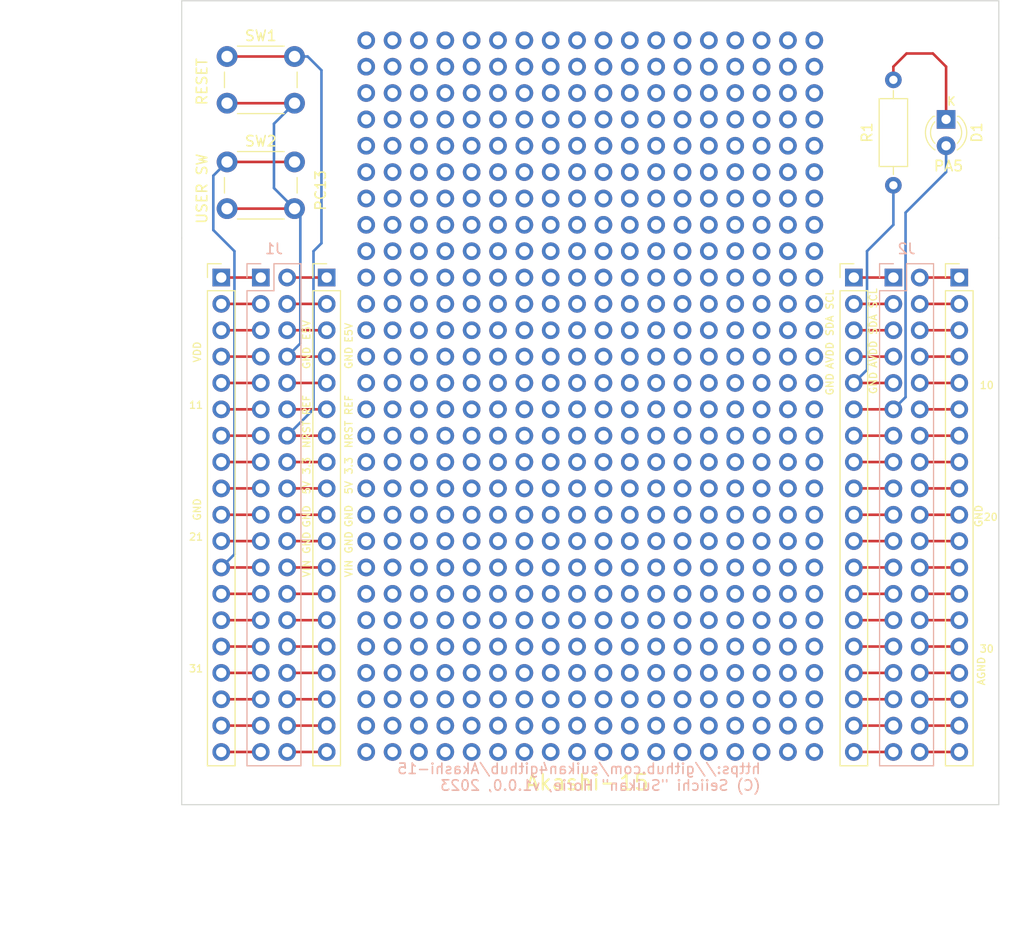
<source format=kicad_pcb>
(kicad_pcb (version 20221018) (generator pcbnew)
  (layers (0 "F.Cu" signal) (31 "B.Cu" signal) (34 "B.Paste" user) (35 "F.Paste" user) (36 "B.SilkS" user "B.Silkscreen") (37 "F.SilkS" user "F.Silkscreen") (38 "B.Mask" user) (39 "F.Mask" user) (44 "Edge.Cuts" user))
  (net 0 "")
  (net 1 "Net-(J1-Pin_1)")
  (net 2 "Net-(J1-Pin_2)")
  (net 3 "Net-(J1-Pin_3)")
  (net 4 "Net-(J1-Pin_4)")
  (net 5 "Net-(J1-Pin_5)")
  (net 6 "Net-(J1-Pin_6)")
  (net 7 "Net-(J1-Pin_7)")
  (net 8 "Net-(J1-Pin_9)")
  (net 9 "Net-(J1-Pin_10)")
  (net 10 "Net-(J1-Pin_11)")
  (net 11 "Net-(J1-Pin_12)")
  (net 12 "Net-(J1-Pin_13)")
  (net 13 "Net-(J1-Pin_14)")
  (net 14 "Net-(J1-Pin_15)")
  (net 15 "Net-(J1-Pin_16)")
  (net 16 "Net-(J1-Pin_17)")
  (net 17 "Net-(J1-Pin_18)")
  (net 18 "Net-(J1-Pin_19)")
  (net 19 "Net-(J1-Pin_20)")
  (net 20 "Net-(J1-Pin_21)")
  (net 21 "Net-(J1-Pin_23)")
  (net 22 "Net-(J1-Pin_24)")
  (net 23 "Net-(J1-Pin_25)")
  (net 24 "Net-(J1-Pin_26)")
  (net 25 "Net-(J1-Pin_27)")
  (net 26 "Net-(J1-Pin_28)")
  (net 27 "Net-(J1-Pin_29)")
  (net 28 "Net-(J1-Pin_30)")
  (net 29 "Net-(J1-Pin_31)")
  (net 30 "Net-(J1-Pin_32)")
  (net 31 "Net-(J1-Pin_33)")
  (net 32 "Net-(J1-Pin_34)")
  (net 33 "Net-(J1-Pin_35)")
  (net 34 "Net-(J1-Pin_36)")
  (net 35 "Net-(J1-Pin_37)")
  (net 36 "Net-(J1-Pin_38)")
  (net 37 "Net-(J2-Pin_1)")
  (net 38 "Net-(J2-Pin_2)")
  (net 39 "Net-(J2-Pin_3)")
  (net 40 "Net-(J2-Pin_4)")
  (net 41 "Net-(J2-Pin_5)")
  (net 42 "Net-(J2-Pin_6)")
  (net 43 "Net-(J2-Pin_7)")
  (net 44 "Net-(J2-Pin_8)")
  (net 45 "Net-(J2-Pin_10)")
  (net 46 "Net-(J2-Pin_12)")
  (net 47 "Net-(J2-Pin_13)")
  (net 48 "Net-(J2-Pin_14)")
  (net 49 "Net-(J2-Pin_15)")
  (net 50 "Net-(J2-Pin_16)")
  (net 51 "Net-(J2-Pin_17)")
  (net 52 "Net-(J2-Pin_18)")
  (net 53 "Net-(J2-Pin_19)")
  (net 54 "Net-(J2-Pin_20)")
  (net 55 "Net-(J2-Pin_21)")
  (net 56 "Net-(J2-Pin_22)")
  (net 57 "Net-(J2-Pin_23)")
  (net 58 "Net-(J2-Pin_24)")
  (net 59 "Net-(J2-Pin_25)")
  (net 60 "Net-(J2-Pin_26)")
  (net 61 "Net-(J2-Pin_27)")
  (net 62 "Net-(J2-Pin_28)")
  (net 63 "Net-(J2-Pin_29)")
  (net 64 "Net-(J2-Pin_30)")
  (net 65 "Net-(J2-Pin_31)")
  (net 66 "Net-(J2-Pin_32)")
  (net 67 "Net-(J2-Pin_33)")
  (net 68 "Net-(J2-Pin_34)")
  (net 69 "Net-(J2-Pin_35)")
  (net 70 "Net-(J2-Pin_36)")
  (net 71 "Net-(J2-Pin_37)")
  (net 72 "Net-(J2-Pin_38)")
  (net 73 "Net-(D1-A)")
  (net 74 "Net-(D1-K)")
  (net 75 "Net-(J1-Pin_22)")
  (net 76 "GND")
  (net 77 "GND1")
  (footprint "Button_Switch_THT:SW_PUSH_6mm" (layer "F.Cu") (at 118.67 77.76)
    (fp_text reference "SW2")
    (fp_text value "SW_Omron_B3FS")
  )
  (footprint "Connector_PinHeader_2.54mm:PinHeader_1x19_P2.54mm_Vertical" (layer "F.Cu") (at 118.11 88.9)
    (fp_text reference "J3" hide)
    (fp_text value "Conn_01x19_Pin")
  )
  (footprint "Connector_PinHeader_2.54mm:PinHeader_2x28_P2.54mm_Vertical" (layer "F.Cu") (at 152.4 66.04)
    (fp_text reference "REF**" hide)
    (fp_text value "PinHeader_2x28_P2.54mm_Vertical" hide)
  )
  (footprint "LED_THT:LED_D3.0mm" (layer "F.Cu") (at 187.96 73.66 -90)
    (fp_text reference "D1")
    (fp_text value "LED")
  )
  (footprint "Connector_PinHeader_2.54mm:PinHeader_1x19_P2.54mm_Vertical" (layer "F.Cu") (at 189.23 88.9)
    (fp_text reference "J5" hide)
    (fp_text value "Conn_01x19_Pin")
  )
  (footprint "Connector_PinHeader_2.54mm:PinHeader_1x19_P2.54mm_Vertical" (layer "F.Cu") (at 179.07 88.9)
    (fp_text reference "J6" hide)
    (fp_text value "Conn_01x19_Pin")
  )
  (footprint "Connector_PinHeader_2.54mm:PinHeader_2x28_P2.54mm_Vertical" (layer "F.Cu") (at 172.72 66.04)
    (fp_text reference "REF**" hide)
    (fp_text value "PinHeader_2x28_P2.54mm_Vertical" hide)
  )
  (footprint "Connector_PinHeader_2.54mm:PinHeader_2x28_P2.54mm_Vertical" (layer "F.Cu") (at 142.24 66.04)
    (fp_text reference "REF**" hide)
    (fp_text value "PinHeader_2x28_P2.54mm_Vertical" hide)
  )
  (footprint "Connector_PinHeader_2.54mm:PinHeader_2x28_P2.54mm_Vertical" (layer "F.Cu") (at 157.48 66.04)
    (fp_text reference "REF**" hide)
    (fp_text value "PinHeader_2x28_P2.54mm_Vertical" hide)
  )
  (footprint "Resistor_THT:R_Axial_DIN0207_L6.3mm_D2.5mm_P10.16mm_Horizontal" (layer "F.Cu") (at 182.88 69.85 -90)
    (fp_text reference "R1")
    (fp_text value "1k")
  )
  (footprint "Connector_PinHeader_2.54mm:PinHeader_2x28_P2.54mm_Vertical" (layer "F.Cu") (at 132.08 66.04)
    (fp_text reference "REF**" hide)
    (fp_text value "PinHeader_2x28_P2.54mm_Vertical" hide)
  )
  (footprint "Button_Switch_THT:SW_PUSH_6mm" (layer "F.Cu") (at 118.67 67.6)
    (fp_text reference "SW1")
    (fp_text value "SW_Omron_B3FS")
  )
  (footprint "Connector_PinHeader_2.54mm:PinHeader_2x28_P2.54mm_Vertical" (layer "F.Cu") (at 167.64 66.04)
    (fp_text reference "REF**" hide)
    (fp_text value "PinHeader_2x28_P2.54mm_Vertical" hide)
  )
  (footprint "Connector_PinHeader_2.54mm:PinHeader_2x28_P2.54mm_Vertical" (layer "F.Cu") (at 137.16 66.04)
    (fp_text reference "REF**" hide)
    (fp_text value "PinHeader_2x28_P2.54mm_Vertical" hide)
  )
  (footprint "Connector_PinHeader_2.54mm:PinHeader_1x19_P2.54mm_Vertical" (layer "F.Cu") (at 128.27 88.9)
    (fp_text reference "J4" hide)
    (fp_text value "Conn_01x19_Pin")
  )
  (footprint "Connector_PinHeader_2.54mm:PinHeader_2x28_P2.54mm_Vertical" (layer "F.Cu") (at 147.32 66.04)
    (fp_text reference "REF**" hide)
    (fp_text value "PinHeader_2x28_P2.54mm_Vertical" hide)
  )
  (footprint "Connector_PinHeader_2.54mm:PinHeader_2x28_P2.54mm_Vertical" (layer "F.Cu") (at 162.56 66.04)
    (fp_text reference "REF**" hide)
    (fp_text value "PinHeader_2x28_P2.54mm_Vertical" hide)
  )
  (footprint "Connector_PinSocket_2.54mm:PinSocket_2x19_P2.54mm_Vertical" (layer "B.Cu") (at 182.88 88.9 180)
    (fp_text reference "J2")
    (fp_text value "Conn_02x19_Odd_Even")
  )
  (footprint "Connector_PinSocket_2.54mm:PinSocket_2x19_P2.54mm_Vertical" (layer "B.Cu") (at 121.92 88.9 180)
    (fp_text reference "J1")
    (fp_text value "Conn_02x19_Odd_Even")
  )
  (gr_line (start 114.3 85.09) (end 114.3 62.23) (stroke (width 0.1)) (layer "Edge.Cuts"))
  (gr_line (start 193.04 85.09) (end 193.04 139.7) (stroke (width 0.1)) (layer "Edge.Cuts"))
  (gr_line (start 193.04 62.23) (end 193.04 85.09) (stroke (width 0.1)) (layer "Edge.Cuts"))
  (gr_line (start 114.3 62.23) (end 193.04 62.23) (stroke (width 0.1)) (layer "Edge.Cuts"))
  (gr_line (start 114.3 139.7) (end 114.3 85.09) (stroke (width 0.1)) (layer "Edge.Cuts"))
  (gr_line (start 193.04 139.7) (end 114.3 139.7) (stroke (width 0.1)) (layer "Edge.Cuts"))
  (gr_text "https://github.com/suikan4github/Akashi-15\n(C) Seiichi {dblquote}Suikan{dblquote} Horie, v1.0.0, 2023" (at 170.18 138.43) (layer "B.SilkS") (effects (font (size 1 1)) (justify left bottom mirror)))
  (gr_text "Akashi-15" (at 147.32 138.43) (layer "F.SilkS") (effects (font (size 1.5 1.5) (thickness 0.2)) (justify left bottom)))
  (gr_text "AVDD" (at 177.165 97.79 90) (layer "F.SilkS") (effects (font (size 0.7 0.7) (thickness 0.12) bold) (justify left bottom)))
  (gr_text "30" (at 191.135 125.095) (layer "F.SilkS") (effects (font (size 0.7 0.7) (thickness 0.12) bold) (justify left bottom)))
  (gr_text "USER SW" (at 116.84 83.82 90) (layer "F.SilkS") (effects (font (size 1 1)) (justify left bottom)))
  (gr_text "GND" (at 130.81 113.03 90) (layer "F.SilkS") (effects (font (size 0.7 0.7) (thickness 0.12) bold) (justify left bottom)))
  (gr_text "GND" (at 130.81 115.57 90) (layer "F.SilkS") (effects (font (size 0.7 0.7) (thickness 0.12) bold) (justify left bottom)))
  (gr_text "VIN" (at 130.81 117.856 90) (layer "F.SilkS") (effects (font (size 0.7 0.7) (thickness 0.12) bold) (justify left bottom)))
  (gr_text "NRST" (at 130.81 105.41 90) (layer "F.SilkS") (effects (font (size 0.7 0.7) (thickness 0.12) bold) (justify left bottom)))
  (gr_text "31" (at 114.935 127) (layer "F.SilkS") (effects (font (size 0.7 0.7) (thickness 0.12) bold) (justify left bottom)))
  (gr_text "PC13" (at 128.27 82.55 90) (layer "F.SilkS") (effects (font (size 1 1)) (justify left bottom)))
  (gr_text "SCL" (at 181.356 91.948 90) (layer "F.SilkS") (effects (font (size 0.7 0.7) (thickness 0.12) bold) (justify left bottom)))
  (gr_text "NRST" (at 126.746 105.41 90) (layer "F.SilkS") (effects (font (size 0.7 0.7) (thickness 0.12) bold) (justify left bottom)))
  (gr_text "AVDD" (at 181.356 97.663 90) (layer "F.SilkS") (effects (font (size 0.7 0.7) (thickness 0.12) bold) (justify left bottom)))
  (gr_text "REF" (at 126.746 102.235 90) (layer "F.SilkS") (effects (font (size 0.7 0.7) (thickness 0.12) bold) (justify left bottom)))
  (gr_text "VDD" (at 116.205 97.155 90) (layer "F.SilkS") (effects (font (size 0.7 0.7) (thickness 0.12) bold) (justify left bottom)))
  (gr_text "GND" (at 126.746 115.6 90) (layer "F.SilkS") (effects (font (size 0.7 0.7) (thickness 0.12) bold) (justify left bottom)))
  (gr_text "E5V" (at 126.746 94.996 90) (layer "F.SilkS") (effects (font (size 0.7 0.7) (thickness 0.12) bold) (justify left bottom)))
  (gr_text "SDA" (at 181.356 94.488 90) (layer "F.SilkS") (effects (font (size 0.7 0.7) (thickness 0.12) bold) (justify left bottom)))
  (gr_text "GND" (at 130.81 97.79 90) (layer "F.SilkS") (effects (font (size 0.7 0.7) (thickness 0.12) bold) (justify left bottom)))
  (gr_text "SDA" (at 177.165 94.615 90) (layer "F.SilkS") (effects (font (size 0.7 0.7) (thickness 0.12) bold) (justify left bottom)))
  (gr_text "11" (at 114.935 101.6) (layer "F.SilkS") (effects (font (size 0.7 0.7) (thickness 0.12) bold) (justify left bottom)))
  (gr_text "AGND" (at 191.77 128.27 90) (layer "F.SilkS") (effects (font (size 0.7 0.7) (thickness 0.12) bold) (justify left bottom)))
  (gr_text "GND" (at 177.165 100.33 90) (layer "F.SilkS") (effects (font (size 0.7 0.7) (thickness 0.12) bold) (justify left bottom)))
  (gr_text "10" (at 191.135 99.695) (layer "F.SilkS") (effects (font (size 0.7 0.7) (thickness 0.12) bold) (justify left bottom)))
  (gr_text "PA5" (at 186.69 78.74) (layer "F.SilkS") (effects (font (size 1 1)) (justify left bottom)))
  (gr_text "20" (at 191.516 112.395) (layer "F.SilkS") (effects (font (size 0.7 0.7) (thickness 0.12) bold) (justify left bottom)))
  (gr_text "GND" (at 116.205 112.395 90) (layer "F.SilkS") (effects (font (size 0.7 0.7) (thickness 0.12) bold) (justify left bottom)))
  (gr_text "K" (at 187.96 72.39) (layer "F.SilkS") (effects (font (size 0.8 0.8)) (justify left bottom)))
  (gr_text "GND" (at 126.746 97.79 90) (layer "F.SilkS") (effects (font (size 0.7 0.7) (thickness 0.12) bold) (justify left bottom)))
  (gr_text "3.3" (at 126.746 107.95 90) (layer "F.SilkS") (effects (font (size 0.7 0.7) (thickness 0.12) bold) (justify left bottom)))
  (gr_text "5V" (at 130.81 109.855 90) (layer "F.SilkS") (effects (font (size 0.7 0.7) (thickness 0.12) bold) (justify left bottom)))
  (gr_text "E5V" (at 130.81 95.25 90) (layer "F.SilkS") (effects (font (size 0.7 0.7) (thickness 0.12) bold) (justify left bottom)))
  (gr_text "3.3" (at 130.81 107.95 90) (layer "F.SilkS") (effects (font (size 0.7 0.7) (thickness 0.12) bold) (justify left bottom)))
  (gr_text "VIN" (at 126.746 117.856 90) (layer "F.SilkS") (effects (font (size 0.7 0.7) (thickness 0.12) bold) (justify left bottom)))
  (gr_text "5V" (at 126.746 109.855 90) (layer "F.SilkS") (effects (font (size 0.7 0.7) (thickness 0.12) bold) (justify left bottom)))
  (gr_text "GND" (at 191.516 113.03 90) (layer "F.SilkS") (effects (font (size 0.7 0.7) (thickness 0.12) bold) (justify left bottom)))
  (gr_text "RESET" (at 116.84 72.39 90) (layer "F.SilkS") (effects (font (size 1 1)) (justify left bottom)))
  (gr_text "GND" (at 126.746 113.06 90) (layer "F.SilkS") (effects (font (size 0.7 0.7) (thickness 0.12) bold) (justify left bottom)))
  (gr_text "REF" (at 130.81 102.235 90) (layer "F.SilkS") (effects (font (size 0.7 0.7) (thickness 0.12) bold) (justify left bottom)))
  (gr_text "21" (at 114.935 114.3) (layer "F.SilkS") (effects (font (size 0.7 0.7) (thickness 0.12) bold) (justify left bottom)))
  (gr_text "GND" (at 181.356 100.203 90) (layer "F.SilkS") (effects (font (size 0.7 0.7) (thickness 0.12) bold) (justify left bottom)))
  (gr_text "SCL" (at 177.165 92.075 90) (layer "F.SilkS") (effects (font (size 0.7 0.7) (thickness 0.12) bold) (justify left bottom)))
  (segment (start 118.11 88.9) (end 121.92 88.9) (width 0.25) (layer "F.Cu") (net 1))
  (segment (start 128.27 88.9) (end 124.46 88.9) (width 0.25) (layer "F.Cu") (net 2))
  (segment (start 121.92 91.44) (end 118.11 91.44) (width 0.25) (layer "F.Cu") (net 3))
  (segment (start 124.46 91.44) (end 128.27 91.44) (width 0.25) (layer "F.Cu") (net 4))
  (segment (start 118.11 93.98) (end 121.92 93.98) (width 0.25) (layer "F.Cu") (net 5))
  (segment (start 124.46 93.98) (end 128.27 93.98) (width 0.25) (layer "F.Cu") (net 6))
  (segment (start 121.92 96.52) (end 118.11 96.52) (width 0.25) (layer "F.Cu") (net 7))
  (segment (start 118.11 99.06) (end 121.92 99.06) (width 0.25) (layer "F.Cu") (net 8))
  (segment (start 124.46 99.06) (end 128.27 99.06) (width 0.25) (layer "F.Cu") (net 9))
  (segment (start 121.92 101.6) (end 118.11 101.6) (width 0.25) (layer "F.Cu") (net 10))
  (segment (start 128.27 101.6) (end 124.46 101.6) (width 0.25) (layer "F.Cu") (net 11))
  (segment (start 118.11 104.14) (end 121.92 104.14) (width 0.25) (layer "F.Cu") (net 12))
  (segment (start 124.46 104.14) (end 128.27 104.14) (width 0.25) (layer "F.Cu") (net 13))
  (segment (start 118.67 67.6) (end 125.17 67.6) (width 0.25) (layer "F.Cu") (net 13))
  (segment (start 127.765 68.925) (end 126.44 67.6) (width 0.25) (layer "B.Cu") (net 13))
  (segment (start 127 86.36) (end 127.765 85.595) (width 0.25) (layer "B.Cu") (net 13))
  (segment (start 127.765 85.595) (end 127.765 68.925) (width 0.25) (layer "B.Cu") (net 13))
  (segment (start 127 101.6) (end 124.46 104.14) (width 0.25) (layer "B.Cu") (net 13))
  (segment (start 127 86.36) (end 127 101.6) (width 0.25) (layer "B.Cu") (net 13))
  (segment (start 126.44 67.6) (end 125.17 67.6) (width 0.25) (layer "B.Cu") (net 13))
  (segment (start 121.92 106.68) (end 118.11 106.68) (width 0.25) (layer "F.Cu") (net 14))
  (segment (start 128.27 106.68) (end 124.46 106.68) (width 0.25) (layer "F.Cu") (net 15))
  (segment (start 118.11 109.22) (end 121.92 109.22) (width 0.25) (layer "F.Cu") (net 16))
  (segment (start 124.46 109.22) (end 128.27 109.22) (width 0.25) (layer "F.Cu") (net 17))
  (segment (start 121.92 111.76) (end 118.11 111.76) (width 0.25) (layer "F.Cu") (net 18))
  (segment (start 128.27 111.76) (end 124.46 111.76) (width 0.25) (layer "F.Cu") (net 19))
  (segment (start 121.92 114.3) (end 118.11 114.3) (width 0.25) (layer "F.Cu") (net 20))
  (segment (start 118.11 116.84) (end 121.92 116.84) (width 0.25) (layer "F.Cu") (net 21))
  (segment (start 125.17 77.76) (end 118.67 77.76) (width 0.25) (layer "F.Cu") (net 21))
  (segment (start 117.345 84.325) (end 117.345 79.085) (width 0.25) (layer "B.Cu") (net 21))
  (segment (start 118.11 116.84) (end 119.38 115.57) (width 0.25) (layer "B.Cu") (net 21))
  (segment (start 119.38 86.36) (end 117.345 84.325) (width 0.25) (layer "B.Cu") (net 21))
  (segment (start 119.38 115.57) (end 119.38 86.36) (width 0.25) (layer "B.Cu") (net 21))
  (segment (start 117.345 79.085) (end 118.67 77.76) (width 0.25) (layer "B.Cu") (net 21))
  (segment (start 124.46 116.84) (end 128.27 116.84) (width 0.25) (layer "F.Cu") (net 22))
  (segment (start 121.92 119.38) (end 118.11 119.38) (width 0.25) (layer "F.Cu") (net 23))
  (segment (start 128.27 119.38) (end 124.46 119.38) (width 0.25) (layer "F.Cu") (net 24))
  (segment (start 118.11 121.92) (end 121.92 121.92) (width 0.25) (layer "F.Cu") (net 25))
  (segment (start 124.46 121.92) (end 128.27 121.92) (width 0.25) (layer "F.Cu") (net 26))
  (segment (start 121.92 124.46) (end 118.11 124.46) (width 0.25) (layer "F.Cu") (net 27))
  (segment (start 128.27 124.46) (end 124.46 124.46) (width 0.25) (layer "F.Cu") (net 28))
  (segment (start 118.11 127) (end 121.92 127) (width 0.25) (layer "F.Cu") (net 29))
  (segment (start 124.46 127) (end 128.27 127) (width 0.25) (layer "F.Cu") (net 30))
  (segment (start 121.92 129.54) (end 118.11 129.54) (width 0.25) (layer "F.Cu") (net 31))
  (segment (start 128.27 129.54) (end 124.46 129.54) (width 0.25) (layer "F.Cu") (net 32))
  (segment (start 118.11 132.08) (end 121.92 132.08) (width 0.25) (layer "F.Cu") (net 33))
  (segment (start 124.46 132.08) (end 128.27 132.08) (width 0.25) (layer "F.Cu") (net 34))
  (segment (start 121.92 134.62) (end 118.11 134.62) (width 0.25) (layer "F.Cu") (net 35))
  (segment (start 128.27 134.62) (end 124.46 134.62) (width 0.25) (layer "F.Cu") (net 36))
  (segment (start 179.07 88.9) (end 182.88 88.9) (width 0.25) (layer "F.Cu") (net 37))
  (segment (start 185.42 88.9) (end 189.23 88.9) (width 0.25) (layer "F.Cu") (net 38))
  (segment (start 182.88 91.44) (end 179.07 91.44) (width 0.25) (layer "F.Cu") (net 39))
  (segment (start 189.23 91.44) (end 185.42 91.44) (width 0.25) (layer "F.Cu") (net 40))
  (segment (start 179.07 93.98) (end 182.88 93.98) (width 0.25) (layer "F.Cu") (net 41))
  (segment (start 185.42 93.98) (end 189.23 93.98) (width 0.25) (layer "F.Cu") (net 42))
  (segment (start 182.88 96.52) (end 179.07 96.52) (width 0.25) (layer "F.Cu") (net 43))
  (segment (start 189.23 96.52) (end 185.42 96.52) (width 0.25) (layer "F.Cu") (net 44))
  (segment (start 185.42 99.06) (end 189.23 99.06) (width 0.25) (layer "F.Cu") (net 45))
  (segment (start 189.23 101.6) (end 185.42 101.6) (width 0.25) (layer "F.Cu") (net 46))
  (segment (start 179.07 104.14) (end 182.88 104.14) (width 0.25) (layer "F.Cu") (net 47))
  (segment (start 185.42 104.14) (end 189.23 104.14) (width 0.25) (layer "F.Cu") (net 48))
  (segment (start 179.07 106.68) (end 182.88 106.68) (width 0.25) (layer "F.Cu") (net 49))
  (segment (start 189.23 106.68) (end 185.42 106.68) (width 0.25) (layer "F.Cu") (net 50))
  (segment (start 182.88 109.22) (end 179.07 109.22) (width 0.25) (layer "F.Cu") (net 51))
  (segment (start 185.42 109.22) (end 189.23 109.22) (width 0.25) (layer "F.Cu") (net 52))
  (segment (start 179.07 111.76) (end 182.88 111.76) (width 0.25) (layer "F.Cu") (net 53))
  (segment (start 189.23 111.76) (end 185.42 111.76) (width 0.25) (layer "F.Cu") (net 54))
  (segment (start 182.88 114.3) (end 179.07 114.3) (width 0.25) (layer "F.Cu") (net 55))
  (segment (start 185.42 114.3) (end 189.23 114.3) (width 0.25) (layer "F.Cu") (net 56))
  (segment (start 179.07 116.84) (end 182.88 116.84) (width 0.25) (layer "F.Cu") (net 57))
  (segment (start 189.23 116.84) (end 185.42 116.84) (width 0.25) (layer "F.Cu") (net 58))
  (segment (start 182.88 119.38) (end 179.07 119.38) (width 0.25) (layer "F.Cu") (net 59))
  (segment (start 185.42 119.38) (end 189.23 119.38) (width 0.25) (layer "F.Cu") (net 60))
  (segment (start 179.07 121.92) (end 182.88 121.92) (width 0.25) (layer "F.Cu") (net 61))
  (segment (start 189.23 121.92) (end 185.42 121.92) (width 0.25) (layer "F.Cu") (net 62))
  (segment (start 182.88 124.46) (end 179.07 124.46) (width 0.25) (layer "F.Cu") (net 63))
  (segment (start 185.42 124.46) (end 189.23 124.46) (width 0.25) (layer "F.Cu") (net 64))
  (segment (start 179.07 127) (end 182.88 127) (width 0.25) (layer "F.Cu") (net 65))
  (segment (start 189.23 127) (end 185.42 127) (width 0.25) (layer "F.Cu") (net 66))
  (segment (start 182.88 129.54) (end 179.07 129.54) (width 0.25) (layer "F.Cu") (net 67))
  (segment (start 185.42 129.54) (end 189.23 129.54) (width 0.25) (layer "F.Cu") (net 68))
  (segment (start 179.07 132.08) (end 182.88 132.08) (width 0.25) (layer "F.Cu") (net 69))
  (segment (start 189.23 132.08) (end 185.42 132.08) (width 0.25) (layer "F.Cu") (net 70))
  (segment (start 182.88 134.62) (end 179.07 134.62) (width 0.25) (layer "F.Cu") (net 71))
  (segment (start 185.42 134.62) (end 189.23 134.62) (width 0.25) (layer "F.Cu") (net 72))
  (segment (start 182.88 101.6) (end 179.07 101.6) (width 0.25) (layer "F.Cu") (net 73))
  (segment (start 184.055 100.425) (end 184.055 82.645) (width 0.25) (layer "B.Cu") (net 73))
  (segment (start 182.88 101.6) (end 184.055 100.425) (width 0.25) (layer "B.Cu") (net 73))
  (segment (start 184.055 82.645) (end 187.96 78.74) (width 0.25) (layer "B.Cu") (net 73))
  (segment (start 187.96 78.74) (end 187.96 76.2) (width 0.25) (layer "B.Cu") (net 73))
  (segment (start 184.15 67.31) (end 182.88 68.58) (width 0.25) (layer "F.Cu") (net 74))
  (segment (start 186.69 67.31) (end 184.15 67.31) (width 0.25) (layer "F.Cu") (net 74))
  (segment (start 182.88 68.58) (end 182.88 69.85) (width 0.25) (layer "F.Cu") (net 74))
  (segment (start 187.96 73.66) (end 187.96 68.58) (width 0.25) (layer "F.Cu") (net 74))
  (segment (start 187.96 68.58) (end 186.69 67.31) (width 0.25) (layer "F.Cu") (net 74))
  (segment (start 128.27 114.3) (end 124.46 114.3) (width 0.25) (layer "F.Cu") (net 75))
  (segment (start 128.27 96.52) (end 124.46 96.52) (width 0.25) (layer "F.Cu") (net 76))
  (segment (start 125.17 72.1) (end 118.67 72.1) (width 0.25) (layer "F.Cu") (net 76))
  (segment (start 118.67 82.26) (end 125.17 82.26) (width 0.25) (layer "F.Cu") (net 76))
  (segment (start 123.19 74.08) (end 123.19 80.28) (width 0.25) (layer "B.Cu") (net 76))
  (segment (start 125.73 95.25) (end 124.46 96.52) (width 0.25) (layer "B.Cu") (net 76))
  (segment (start 125.73 95.25) (end 125.73 82.82) (width 0.25) (layer "B.Cu") (net 76))
  (segment (start 125.73 82.82) (end 125.17 82.26) (width 0.25) (layer "B.Cu") (net 76))
  (segment (start 123.19 80.28) (end 125.17 82.26) (width 0.25) (layer "B.Cu") (net 76))
  (segment (start 125.17 72.1) (end 123.19 74.08) (width 0.25) (layer "B.Cu") (net 76))
  (segment (start 179.07 99.06) (end 182.88 99.06) (width 0.25) (layer "F.Cu") (net 77))
  (segment (start 182.88 83.82) (end 182.88 80.01) (width 0.25) (layer "B.Cu") (net 77))
  (segment (start 180.34 97.79) (end 180.34 86.36) (width 0.25) (layer "B.Cu") (net 77))
  (segment (start 180.34 86.36) (end 182.88 83.82) (width 0.25) (layer "B.Cu") (net 77))
  (segment (start 179.07 99.06) (end 180.34 97.79) (width 0.25) (layer "B.Cu") (net 77))
)
</source>
